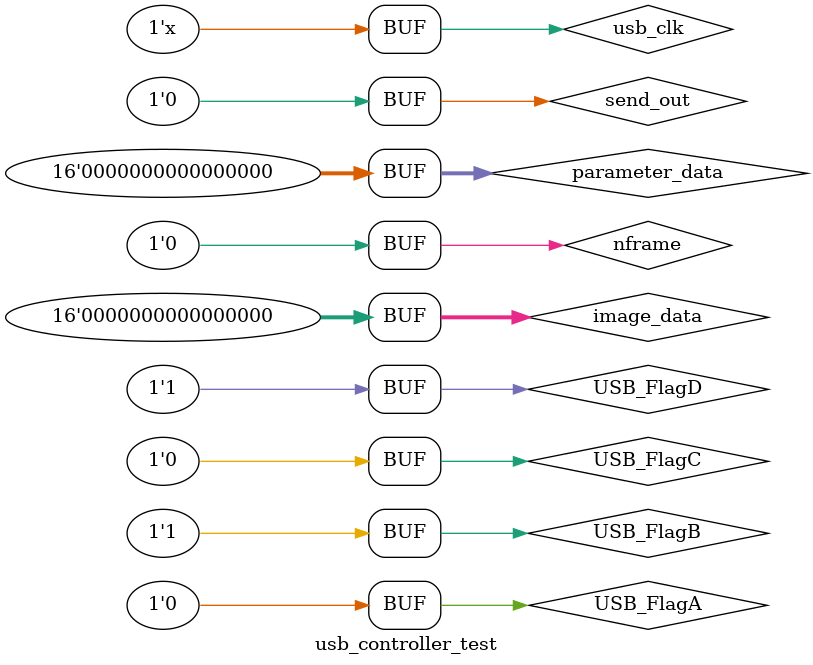
<source format=v>
`timescale 1ns / 1ps


module usb_controller_test;

	// Inputs
	reg usb_clk;
	reg USB_FlagA;
	reg USB_FlagB;
	reg USB_FlagC;
	reg USB_FlagD;
	reg nframe;
	reg send_out;
	reg [15:0] parameter_data;
	reg [15:0] image_data;

	// Outputs
	wire [1:0] USB_FIFO_ADR;
	wire PKTEND;
	wire USB_SLWR;
	wire USB_SLRD;
	wire USB_SLOE;
	wire fifo_parameter_en;
	wire [15:0] receive_data;
	wire receive_data_en;
	wire fifo_image_en;

	// Bidirs
	wire [15:0] USB_DATA;

	// Instantiate the Unit Under Test (UUT)
	usb_controller uut (
		.usb_clk(usb_clk), 
		.USB_FlagA(USB_FlagA), 
		.USB_FlagB(USB_FlagB), 
		.USB_FlagC(USB_FlagC), 
		.USB_FlagD(USB_FlagD), 
		.USB_DATA(USB_DATA), 
		.USB_FIFO_ADR(USB_FIFO_ADR), 
		.PKTEND(PKTEND), 
		.USB_SLWR(USB_SLWR), 
		.USB_SLRD(USB_SLRD), 
		.USB_SLOE(USB_SLOE), 
		.nframe(nframe), 
		.send_out(send_out), 
		.parameter_data(parameter_data), 
		.fifo_parameter_en(fifo_parameter_en), 
		.receive_data(receive_data), 
		.receive_data_en(receive_data_en), 
		.image_data(image_data), 
		.fifo_image_en(fifo_image_en)
	);

	initial begin
		// Initialize Inputs
		usb_clk = 0;
		USB_FlagA = 1;
		USB_FlagB = 1;
		USB_FlagC = 1;
		USB_FlagD = 1;
		nframe = 0;
		send_out = 0;
		parameter_data = 0;
		image_data = 0;

		// Wait 100 ns for global reset to finish
		#10;
      #50 USB_FlagC = 0 ;
		// Add stimulus here
      #20 USB_FlagC = 1 ;
		#10 nframe = 1    ;
		#5  nframe = 0    ;
		#30 USB_FlagA = 0 ;
		#50 USB_FlagC = 0 ;
	end
always #1  usb_clk = ~ usb_clk ;      
endmodule


</source>
